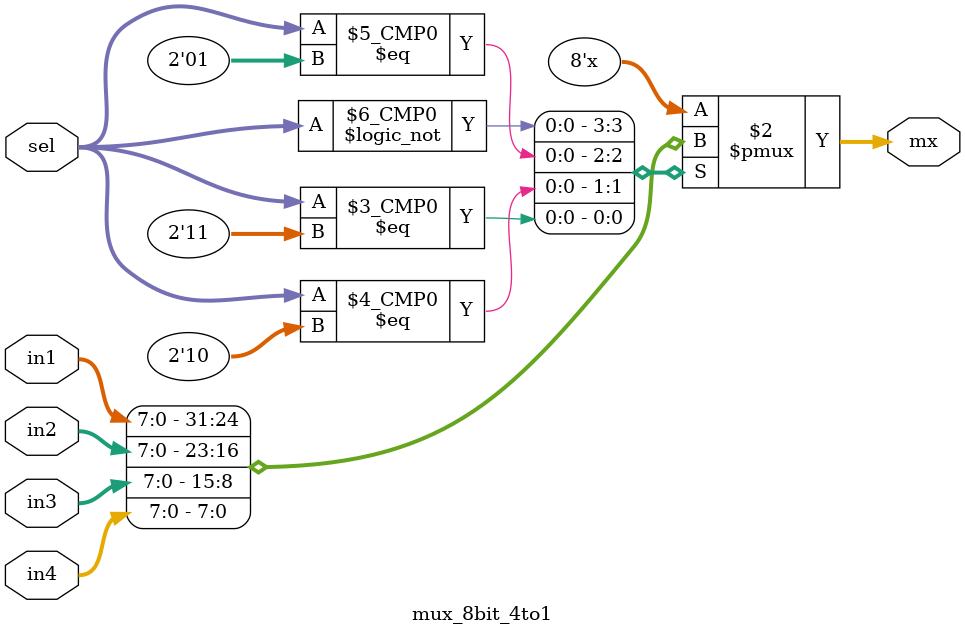
<source format=sv>
module mux_8bit_4to1 (
    input logic [7:0] in1,  // перший вхід
    input logic [7:0] in2,  // другий вхід
    input logic [7:0] in3,  // третій вхід
    input logic [7:0] in4,  // четвертий вхід
    input logic [1:0] sel,  // 2-бітний керуючий сигнал
    output logic [7:0] mx   // вихідна 4-бітна шина
);
    always_comb 
    begin
        case (sel)
            2'b00: mx = in1;
            2'b01: mx = in2;
            2'b10: mx = in3;
            2'b11: mx = in4;
            default: mx = 8'bx;
        endcase
    end
endmodule
</source>
